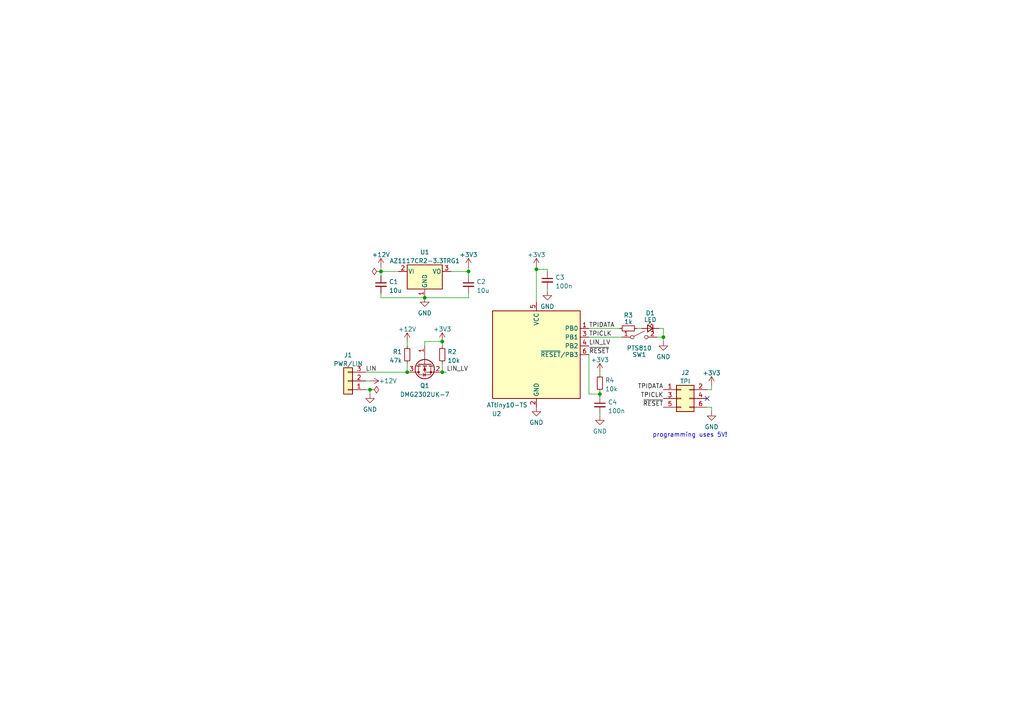
<source format=kicad_sch>
(kicad_sch (version 20231120) (generator "eeschema") (generator_version "8.0")
  (paper "A4")
  (lib_symbols
    (symbol "Connector_Generic:Conn_01x03" (pin_names (offset 1.016) hide)
      (property "Reference" "J" (at 0 5.08 0))
      (property "Value" "Conn_01x03" (at 0 -5.08 0))
      (symbol "Conn_01x03_1_1"
        (rectangle (start -1.27 -2.413) (end 0 -2.667) (stroke (width 0.1524)))
        (rectangle (start -1.27 0.127) (end 0 -0.127) (stroke (width 0.1524)))
        (rectangle (start -1.27 2.667) (end 0 2.413) (stroke (width 0.1524)))
        (rectangle (start -1.27 3.81) (end 1.27 -3.81) (stroke (width 0.254)) (fill (type background)))
        (pin passive line (at -5.08 2.54 0) (length 3.81) (name "Pin_1") (number "1"))
        (pin passive line (at -5.08 0 0) (length 3.81) (name "Pin_2") (number "2"))
        (pin passive line (at -5.08 -2.54 0) (length 3.81) (name "Pin_3") (number "3"))
      )
    )
    (symbol "Connector_Generic:Conn_02x03_Odd_Even" (pin_names (offset 1.016) hide)
      (property "Reference" "J" (at 1.27 5.08 0))
      (property "Value" "Conn_02x03_Odd_Even" (at 1.27 -5.08 0))
      (symbol "Conn_02x03_Odd_Even_1_1"
        (rectangle (start -1.27 -2.413) (end 0 -2.667) (stroke (width 0.1524)))
        (rectangle (start -1.27 0.127) (end 0 -0.127) (stroke (width 0.1524)))
        (rectangle (start -1.27 2.667) (end 0 2.413) (stroke (width 0.1524)))
        (rectangle (start -1.27 3.81) (end 3.81 -3.81) (stroke (width 0.254)) (fill (type background)))
        (rectangle (start 3.81 -2.413) (end 2.54 -2.667) (stroke (width 0.1524)))
        (rectangle (start 3.81 0.127) (end 2.54 -0.127) (stroke (width 0.1524)))
        (rectangle (start 3.81 2.667) (end 2.54 2.413) (stroke (width 0.1524)))
        (pin passive line (at -5.08 2.54 0) (length 3.81) (name "Pin_1") (number "1"))
        (pin passive line (at 7.62 2.54 180) (length 3.81) (name "Pin_2") (number "2"))
        (pin passive line (at -5.08 0 0) (length 3.81) (name "Pin_3") (number "3"))
        (pin passive line (at 7.62 0 180) (length 3.81) (name "Pin_4") (number "4"))
        (pin passive line (at -5.08 -2.54 0) (length 3.81) (name "Pin_5") (number "5"))
        (pin passive line (at 7.62 -2.54 180) (length 3.81) (name "Pin_6") (number "6"))
      )
    )
    (symbol "Device:C_Small" (pin_numbers hide) (pin_names (offset 0.254) hide)
      (property "Reference" "C" (at 0.254 1.778 0))
      (property "Value" "C_Small" (at 0.254 -2.032 0))
      (symbol "C_Small_0_1"
        (polyline (pts (xy -1.524 -0.508) (xy 1.524 -0.508)) (stroke (width 0.3302)))
        (polyline (pts (xy -1.524 0.508) (xy 1.524 0.508)) (stroke (width 0.3048)))
      )
      (symbol "C_Small_1_1"
        (pin passive line (at 0 2.54 270) (length 2.032) (name "~") (number "1"))
        (pin passive line (at 0 -2.54 90) (length 2.032) (name "~") (number "2"))
      )
    )
    (symbol "Device:LED_Small" (pin_numbers hide) (pin_names (offset 0.254) hide)
      (property "Reference" "D" (at -1.27 3.175 0))
      (property "Value" "LED_Small" (at -4.445 -2.54 0))
      (symbol "LED_Small_0_1"
        (polyline (pts (xy -0.762 -1.016) (xy -0.762 1.016)) (stroke (width 0.254)))
        (polyline (pts (xy 1.016 0) (xy -0.762 0)))
        (polyline (pts (xy 0.762 -1.016) (xy -0.762 0) (xy 0.762 1.016) (xy 0.762 -1.016)) (stroke (width 0.254)))
        (polyline (pts (xy 0 0.762) (xy -0.508 1.27) (xy -0.254 1.27) (xy -0.508 1.27) (xy -0.508 1.016)))
        (polyline (pts (xy 0.508 1.27) (xy 0 1.778) (xy 0.254 1.778) (xy 0 1.778) (xy 0 1.524)))
      )
      (symbol "LED_Small_1_1"
        (pin passive line (at -2.54 0 0) (length 1.778) (name "K") (number "1"))
        (pin passive line (at 2.54 0 180) (length 1.778) (name "A") (number "2"))
      )
    )
    (symbol "Device:Q_NMOS_GSD" (pin_names (offset 0) hide)
      (property "Reference" "Q" (at 5.08 1.27 0))
      (property "Value" "Q_NMOS_GSD" (at 5.08 -1.27 0))
      (symbol "Q_NMOS_GSD_0_1"
        (polyline (pts (xy 0.254 0) (xy -2.54 0)))
        (polyline (pts (xy 0.254 1.905) (xy 0.254 -1.905)) (stroke (width 0.254)))
        (polyline (pts (xy 0.762 -1.27) (xy 0.762 -2.286)) (stroke (width 0.254)))
        (polyline (pts (xy 0.762 0.508) (xy 0.762 -0.508)) (stroke (width 0.254)))
        (polyline (pts (xy 0.762 2.286) (xy 0.762 1.27)) (stroke (width 0.254)))
        (polyline (pts (xy 2.54 2.54) (xy 2.54 1.778)))
        (polyline (pts (xy 2.54 -2.54) (xy 2.54 0) (xy 0.762 0)))
        (polyline (pts (xy 0.762 -1.778) (xy 3.302 -1.778) (xy 3.302 1.778) (xy 0.762 1.778)))
        (polyline (pts (xy 1.016 0) (xy 2.032 0.381) (xy 2.032 -0.381) (xy 1.016 0)) (fill (type outline)))
        (polyline (pts (xy 2.794 0.508) (xy 2.921 0.381) (xy 3.683 0.381) (xy 3.81 0.254)))
        (polyline (pts (xy 3.302 0.381) (xy 2.921 -0.254) (xy 3.683 -0.254) (xy 3.302 0.381)))
        (circle (center 1.651 0) (radius 2.794) (stroke (width 0.254)))
        (circle (center 2.54 -1.778) (radius 0.254) (fill (type outline)))
        (circle (center 2.54 1.778) (radius 0.254) (fill (type outline)))
      )
      (symbol "Q_NMOS_GSD_1_1"
        (pin input line (at -5.08 0 0) (length 2.54) (name "G") (number "1"))
        (pin passive line (at 2.54 -5.08 90) (length 2.54) (name "S") (number "2"))
        (pin passive line (at 2.54 5.08 270) (length 2.54) (name "D") (number "3"))
      )
    )
    (symbol "Device:R_Small" (pin_numbers hide) (pin_names (offset 0.254) hide)
      (property "Reference" "R" (at 0.762 0.508 0))
      (property "Value" "R_Small" (at 0.762 -1.016 0))
      (symbol "R_Small_0_1"
        (rectangle (start -0.762 1.778) (end 0.762 -1.778) (stroke (width 0.2032)))
      )
      (symbol "R_Small_1_1"
        (pin passive line (at 0 2.54 270) (length 0.762) (name "~") (number "1"))
        (pin passive line (at 0 -2.54 90) (length 0.762) (name "~") (number "2"))
      )
    )
    (symbol "MCU_Microchip_ATtiny:ATtiny10-TS"
      (property "Reference" "U" (at -12.7 13.97 0))
      (property "Value" "ATtiny10-TS" (at 2.54 -13.97 0))
      (symbol "ATtiny10-TS_0_1"
        (rectangle (start -12.7 -12.7) (end 12.7 12.7) (stroke (width 0.254)) (fill (type background)))
      )
      (symbol "ATtiny10-TS_1_1"
        (pin bidirectional line (at 15.24 7.62 180) (length 2.54) (name "PB0") (number "1"))
        (pin power_in line (at 0 -15.24 90) (length 2.54) (name "GND") (number "2"))
        (pin bidirectional line (at 15.24 5.08 180) (length 2.54) (name "PB1") (number "3"))
        (pin bidirectional line (at 15.24 2.54 180) (length 2.54) (name "PB2") (number "4"))
        (pin power_in line (at 0 15.24 270) (length 2.54) (name "VCC") (number "5"))
        (pin bidirectional line (at 15.24 0 180) (length 2.54) (name "~{RESET}/PB3") (number "6"))
      )
    )
    (symbol "Regulator_Linear:AZ1117-3.3" (pin_names (offset 0.254))
      (property "Reference" "U?" (at 0 5.6048 0))
      (property "Value" "AZ1117CR2-3.3TRG1" (at 0 3.0679 0))
      (symbol "AZ1117-3.3_0_1"
        (rectangle (start -5.08 1.905) (end 5.08 -5.08) (stroke (width 0.254)) (fill (type background)))
      )
      (symbol "AZ1117-3.3_1_1"
        (pin power_in line (at 0 -7.62 90) (length 2.54) (name "GND") (number "1"))
        (pin power_in line (at -7.62 0 0) (length 2.54) (name "VI") (number "2"))
        (pin power_out line (at 7.62 0 180) (length 2.54) (name "VO") (number "3"))
      )
    )
    (symbol "Switch:SW_SPST" (pin_names (offset 0) hide)
      (property "Reference" "SW" (at 0 3.175 0))
      (property "Value" "SW_SPST" (at 0 -2.54 0))
      (symbol "SW_SPST_0_0"
        (circle (center -2.032 0) (radius 0.508))
        (polyline (pts (xy -1.524 0.254) (xy 1.524 1.778)))
        (circle (center 2.032 0) (radius 0.508))
      )
      (symbol "SW_SPST_1_1"
        (pin passive line (at -5.08 0 0) (length 2.54) (name "A") (number "1"))
        (pin passive line (at 5.08 0 180) (length 2.54) (name "B") (number "2"))
      )
    )
    (symbol "power:+12V" (power) (pin_names (offset 0))
      (property "Value" "+12V" (at 0 3.556 0))
      (symbol "+12V_0_1"
        (polyline (pts (xy -0.762 1.27) (xy 0 2.54)))
        (polyline (pts (xy 0 0) (xy 0 2.54)))
        (polyline (pts (xy 0 2.54) (xy 0.762 1.27)))
      )
      (symbol "+12V_1_1"
        (pin power_in line (at 0 0 90) (length 0) hide (name "+12V") (number "1"))
      )
    )
    (symbol "power:+3V3" (power) (pin_names (offset 0))
      (property "Value" "+3V3" (at 0 3.556 0))
      (symbol "+3V3_0_1"
        (polyline (pts (xy -0.762 1.27) (xy 0 2.54)))
        (polyline (pts (xy 0 0) (xy 0 2.54)))
        (polyline (pts (xy 0 2.54) (xy 0.762 1.27)))
      )
      (symbol "+3V3_1_1"
        (pin power_in line (at 0 0 90) (length 0) hide (name "+3V3") (number "1"))
      )
    )
    (symbol "power:GND" (power) (pin_names (offset 0))
      (property "Value" "GND" (at 0 -3.81 0))
      (symbol "GND_0_1"
        (polyline (pts (xy 0 0) (xy 0 -1.27) (xy 1.27 -1.27) (xy 0 -2.54) (xy -1.27 -1.27) (xy 0 -1.27)))
      )
      (symbol "GND_1_1"
        (pin power_in line (at 0 0 270) (length 0) hide (name "GND") (number "1"))
      )
    )
    (symbol "power:PWR_FLAG" (power) (pin_numbers hide) (pin_names (offset 0) hide)
      (property "Value" "PWR_FLAG" (at 0 3.81 0))
      (symbol "PWR_FLAG_0_0"
        (pin power_out line (at 0 0 90) (length 0) (name "pwr") (number "1"))
      )
      (symbol "PWR_FLAG_0_1"
        (polyline (pts (xy 0 0) (xy 0 1.27) (xy -1.016 1.905) (xy 0 2.54) (xy 1.016 1.905) (xy 0 1.27)))
      )
    )
  )
  (junction (at 155.575 78.105))
  (junction (at 128.27 99.06))
  (junction (at 192.405 97.79))
  (junction (at 107.315 113.03))
  (junction (at 173.99 114.3))
  (junction (at 135.89 78.74))
  (junction (at 123.19 86.36))
  (junction (at 118.11 107.95))
  (junction (at 128.27 107.95))
  (junction (at 110.49 78.74))
  (no_connect (at 205.105 115.57))
  (wire (pts (xy 110.49 78.74) (xy 110.49 80.01)))
  (wire (pts (xy 115.57 78.74) (xy 110.49 78.74)))
  (wire (pts (xy 190.5 97.79) (xy 192.405 97.79)))
  (wire (pts (xy 155.575 77.47) (xy 155.575 78.105)))
  (wire (pts (xy 170.815 114.3) (xy 170.815 102.87)))
  (wire (pts (xy 205.105 118.11) (xy 206.375 118.11)))
  (wire (pts (xy 173.99 113.665) (xy 173.99 114.3)))
  (wire (pts (xy 123.19 86.36) (xy 135.89 86.36)))
  (wire (pts (xy 192.405 95.25) (xy 192.405 97.79)))
  (wire (pts (xy 173.99 114.3) (xy 173.99 114.935)))
  (wire (pts (xy 118.11 99.06) (xy 118.11 100.33)))
  (wire (pts (xy 192.405 97.79) (xy 192.405 99.06)))
  (wire (pts (xy 170.815 95.25) (xy 179.705 95.25)))
  (wire (pts (xy 135.89 85.09) (xy 135.89 86.36)))
  (wire (pts (xy 128.27 105.41) (xy 128.27 107.95)))
  (wire (pts (xy 173.99 107.95) (xy 173.99 108.585)))
  (wire (pts (xy 123.19 100.33) (xy 123.19 99.06)))
  (wire (pts (xy 206.375 118.11) (xy 206.375 119.38)))
  (wire (pts (xy 173.99 120.015) (xy 173.99 120.65)))
  (wire (pts (xy 123.19 99.06) (xy 128.27 99.06)))
  (wire (pts (xy 135.89 77.47) (xy 135.89 78.74)))
  (wire (pts (xy 158.75 78.105) (xy 158.75 78.74)))
  (wire (pts (xy 173.99 114.3) (xy 170.815 114.3)))
  (wire (pts (xy 128.27 107.95) (xy 129.54 107.95)))
  (wire (pts (xy 206.375 113.03) (xy 206.375 111.76)))
  (wire (pts (xy 110.49 86.36) (xy 123.19 86.36)))
  (wire (pts (xy 107.315 113.03) (xy 107.315 114.3)))
  (wire (pts (xy 191.135 95.25) (xy 192.405 95.25)))
  (wire (pts (xy 135.89 78.74) (xy 135.89 80.01)))
  (wire (pts (xy 106.045 107.95) (xy 118.11 107.95)))
  (wire (pts (xy 128.27 99.06) (xy 128.27 100.33)))
  (wire (pts (xy 118.11 105.41) (xy 118.11 107.95)))
  (wire (pts (xy 184.785 95.25) (xy 186.055 95.25)))
  (wire (pts (xy 110.49 78.74) (xy 110.49 77.47)))
  (wire (pts (xy 158.75 83.82) (xy 158.75 84.455)))
  (wire (pts (xy 106.045 110.49) (xy 107.315 110.49)))
  (wire (pts (xy 110.49 85.09) (xy 110.49 86.36)))
  (wire (pts (xy 106.045 113.03) (xy 107.315 113.03)))
  (wire (pts (xy 170.815 97.79) (xy 180.34 97.79)))
  (wire (pts (xy 130.81 78.74) (xy 135.89 78.74)))
  (wire (pts (xy 205.105 113.03) (xy 206.375 113.03)))
  (wire (pts (xy 155.575 87.63) (xy 155.575 78.105)))
  (wire (pts (xy 155.575 78.105) (xy 158.75 78.105)))
  (text "programming uses 5V!" (at 189.23 127 0) (effects (font (size 1.27 1.27)) (justify left bottom)))
  (label "LIN_LV" (at 129.54 107.95 0))
  (label "TPICLK" (at 170.815 97.79 0))
  (label "TPICLK" (at 192.405 115.57 180))
  (label "TPIDATA" (at 192.405 113.03 180))
  (label "~{RESET}" (at 192.405 118.11 180))
  (label "TPIDATA" (at 170.815 95.25 0))
  (label "LIN" (at 106.045 107.95 0))
  (label "LIN_LV" (at 170.815 100.33 0))
  (label "~{RESET}" (at 170.815 102.87 0))
  (symbol (lib_id "power:+3V3") (at 206.375 111.76 0) (unit 1)
    (property "Reference" "#PWR012" (effects (hide yes)))
    (property "Value" "+3V3" (at 206.375 108.1842 0))
  )
  (symbol (lib_id "Device:Q_NMOS_GSD") (at 123.19 105.41 90) (mirror x) (unit 1)
    (property "Reference" "Q1" (at 123.19 111.8854 90))
    (property "Value" "DMG2302UK-7" (at 123.19 114.4223 90))
    (property "Footprint" "Package_TO_SOT_SMD:SOT-23" (effects (hide yes)))
  )
  (symbol (lib_id "Device:R_Small") (at 128.27 102.87 0) (unit 1)
    (property "Reference" "R2" (at 129.7686 102.0353 0) (effects (justify left)))
    (property "Value" "10k" (at 129.7686 104.5722 0) (effects (justify left)))
    (property "Footprint" "Resistor_SMD:R_0603_1608Metric" (effects (hide yes)))
  )
  (symbol (lib_id "power:GND") (at 192.405 99.06 0) (unit 1)
    (property "Reference" "#PWR011" (effects (hide yes)))
    (property "Value" "GND" (at 192.405 103.5034 0))
  )
  (symbol (lib_id "Connector_Generic:Conn_02x03_Odd_Even") (at 197.485 115.57 0) (unit 1)
    (property "Reference" "J2" (at 198.755 108.0602 0))
    (property "Value" "TPI" (at 198.755 110.5971 0))
    (property "Footprint" "Connector:Tag-Connect_TC2030-IDC-NL_2x03_P1.27mm_Vertical" (effects (hide yes)))
  )
  (symbol (lib_id "power:+3V3") (at 173.99 107.95 0) (unit 1)
    (property "Reference" "#PWR014" (effects (hide yes)))
    (property "Value" "+3V3" (at 173.99 104.3742 0))
  )
  (symbol (lib_id "Device:LED_Small") (at 188.595 95.25 0) (mirror y) (unit 1)
    (property "Reference" "D1" (at 188.595 90.805 0))
    (property "Value" "LED" (at 188.595 92.71 0))
    (property "Footprint" "LED_SMD:LED_0603_1608Metric" (effects (hide yes)))
  )
  (symbol (lib_id "MCU_Microchip_ATtiny:ATtiny10-TS") (at 155.575 102.87 0) (unit 1)
    (property "Reference" "U2" (at 145.415 120.015 0) (effects (justify right)))
    (property "Value" "ATtiny10-TS" (at 153.035 117.475 0) (effects (justify right)))
    (property "Footprint" "Package_TO_SOT_SMD:SOT-23-6" (effects (hide yes)))
    (property "Datasheet" "http://ww1.microchip.com/downloads/en/DeviceDoc/Atmel-8127-AVR-8-bit-Microcontroller-ATtiny4-ATtiny5-ATtiny9-ATtiny10_Datasheet.pdf" (effects (hide yes)))
  )
  (symbol (lib_id "Switch:SW_SPST") (at 185.42 97.79 0) (unit 1)
    (property "Reference" "SW1" (at 185.42 102.87 0))
    (property "Value" "PTS810" (at 185.42 100.965 0))
    (property "Footprint" "Button_Switch_SMD:SW_SPST_PTS810" (effects (hide yes)))
  )
  (symbol (lib_id "power:PWR_FLAG") (at 107.315 113.03 270) (unit 1)
    (property "Reference" "#FLG01" (effects (hide yes)))
    (property "Value" "PWR_FLAG" (effects (hide yes)))
  )
  (symbol (lib_id "power:GND") (at 107.315 114.3 0) (unit 1)
    (property "Reference" "#PWR02" (effects (hide yes)))
    (property "Value" "GND" (at 107.315 118.7434 0))
  )
  (symbol (lib_id "power:GND") (at 155.575 118.11 0) (unit 1)
    (property "Reference" "#PWR09" (effects (hide yes)))
    (property "Value" "GND" (at 155.575 122.5534 0))
  )
  (symbol (lib_id "Connector_Generic:Conn_01x03") (at 100.965 110.49 180) (unit 1)
    (property "Reference" "J1" (at 100.965 102.9802 0))
    (property "Value" "PWR/LIN" (at 100.965 105.5171 0))
    (property "Footprint" "Connector_PinHeader_2.54mm:PinHeader_1x03_P2.54mm_Vertical" (effects (hide yes)))
  )
  (symbol (lib_id "power:+12V") (at 107.315 110.49 270) (unit 1)
    (property "Reference" "#PWR01" (effects (hide yes)))
    (property "Value" "+12V" (at 109.855 110.49 90) (effects (justify left)))
  )
  (symbol (lib_id "power:+12V") (at 118.11 99.06 0) (unit 1)
    (property "Reference" "#PWR04" (effects (hide yes)))
    (property "Value" "+12V" (at 118.11 95.4842 0))
  )
  (symbol (lib_id "power:+3V3") (at 128.27 99.06 0) (unit 1)
    (property "Reference" "#PWR06" (effects (hide yes)))
    (property "Value" "+3V3" (at 128.27 95.4842 0))
  )
  (symbol (lib_id "power:GND") (at 173.99 120.65 0) (unit 1)
    (property "Reference" "#PWR015" (effects (hide yes)))
    (property "Value" "GND" (at 173.99 125.0934 0))
  )
  (symbol (lib_id "power:GND") (at 206.375 119.38 0) (unit 1)
    (property "Reference" "#PWR013" (effects (hide yes)))
    (property "Value" "GND" (at 206.375 123.8234 0))
  )
  (symbol (lib_id "Regulator_Linear:AZ1117-3.3") (at 123.19 78.74 0) (unit 1)
    (property "Reference" "U1" (at 123.19 73.1352 0))
    (property "Value" "AZ1117CR2-3.3TRG1" (at 123.19 75.6721 0))
    (property "Footprint" "Package_TO_SOT_SMD:SOT-89-3" (effects (hide yes)))
    (property "Datasheet" "https://www.diodes.com/assets/Datasheets/AZ1117.pdf" (effects (hide yes)))
  )
  (symbol (lib_id "Device:R_Small") (at 118.11 102.87 0) (mirror x) (unit 1)
    (property "Reference" "R1" (at 116.6115 102.0353 0) (effects (justify right)))
    (property "Value" "47k" (at 116.6115 104.5722 0) (effects (justify right)))
    (property "Footprint" "Resistor_SMD:R_0603_1608Metric" (effects (hide yes)))
  )
  (symbol (lib_id "Device:R_Small") (at 182.245 95.25 90) (unit 1)
    (property "Reference" "R3" (at 182.245 91.44 90))
    (property "Value" "1k" (at 182.245 93.345 90))
    (property "Footprint" "Resistor_SMD:R_0603_1608Metric" (effects (hide yes)))
  )
  (symbol (lib_id "power:PWR_FLAG") (at 110.49 78.74 90) (unit 1)
    (property "Reference" "#FLG02" (effects (hide yes)))
    (property "Value" "PWR_FLAG" (effects (hide yes)))
  )
  (symbol (lib_id "Device:C_Small") (at 173.99 117.475 0) (unit 1)
    (property "Reference" "C4" (at 176.3141 116.6466 0) (effects (justify left)))
    (property "Value" "100n" (at 176.3141 119.1835 0) (effects (justify left)))
    (property "Footprint" "Capacitor_SMD:C_0603_1608Metric" (effects (hide yes)))
  )
  (symbol (lib_id "power:+3V3") (at 135.89 77.47 0) (unit 1)
    (property "Reference" "#PWR07" (effects (hide yes)))
    (property "Value" "+3V3" (at 135.89 73.8942 0))
  )
  (symbol (lib_id "power:+3V3") (at 155.575 77.47 0) (unit 1)
    (property "Reference" "#PWR08" (effects (hide yes)))
    (property "Value" "+3V3" (at 155.575 73.8942 0))
  )
  (symbol (lib_id "Device:C_Small") (at 135.89 82.55 0) (unit 1)
    (property "Reference" "C2" (at 138.2141 81.7216 0) (effects (justify left)))
    (property "Value" "10u" (at 138.2141 84.2585 0) (effects (justify left)))
    (property "Footprint" "Capacitor_SMD:C_0805_2012Metric" (effects (hide yes)))
  )
  (symbol (lib_id "power:GND") (at 158.75 84.455 0) (unit 1)
    (property "Reference" "#PWR010" (effects (hide yes)))
    (property "Value" "GND" (at 158.75 88.8984 0))
  )
  (symbol (lib_id "power:GND") (at 123.19 86.36 0) (unit 1)
    (property "Reference" "#PWR05" (effects (hide yes)))
    (property "Value" "GND" (at 123.19 90.8034 0))
  )
  (symbol (lib_id "Device:C_Small") (at 158.75 81.28 0) (unit 1)
    (property "Reference" "C3" (at 161.0741 80.4516 0) (effects (justify left)))
    (property "Value" "100n" (at 161.0741 82.9885 0) (effects (justify left)))
    (property "Footprint" "Capacitor_SMD:C_0603_1608Metric" (effects (hide yes)))
  )
  (symbol (lib_id "Device:R_Small") (at 173.99 111.125 0) (unit 1)
    (property "Reference" "R4" (at 175.4886 110.2903 0) (effects (justify left)))
    (property "Value" "10k" (at 175.4886 112.8272 0) (effects (justify left)))
    (property "Footprint" "Resistor_SMD:R_0603_1608Metric" (effects (hide yes)))
  )
  (symbol (lib_id "Device:C_Small") (at 110.49 82.55 0) (unit 1)
    (property "Reference" "C1" (at 112.8141 81.7216 0) (effects (justify left)))
    (property "Value" "10u" (at 112.8141 84.2585 0) (effects (justify left)))
    (property "Footprint" "Capacitor_SMD:C_0805_2012Metric" (effects (hide yes)))
  )
  (symbol (lib_id "power:+12V") (at 110.49 77.47 0) (unit 1)
    (property "Reference" "#PWR03" (effects (hide yes)))
    (property "Value" "+12V" (at 110.49 73.8942 0))
  )
)
</source>
